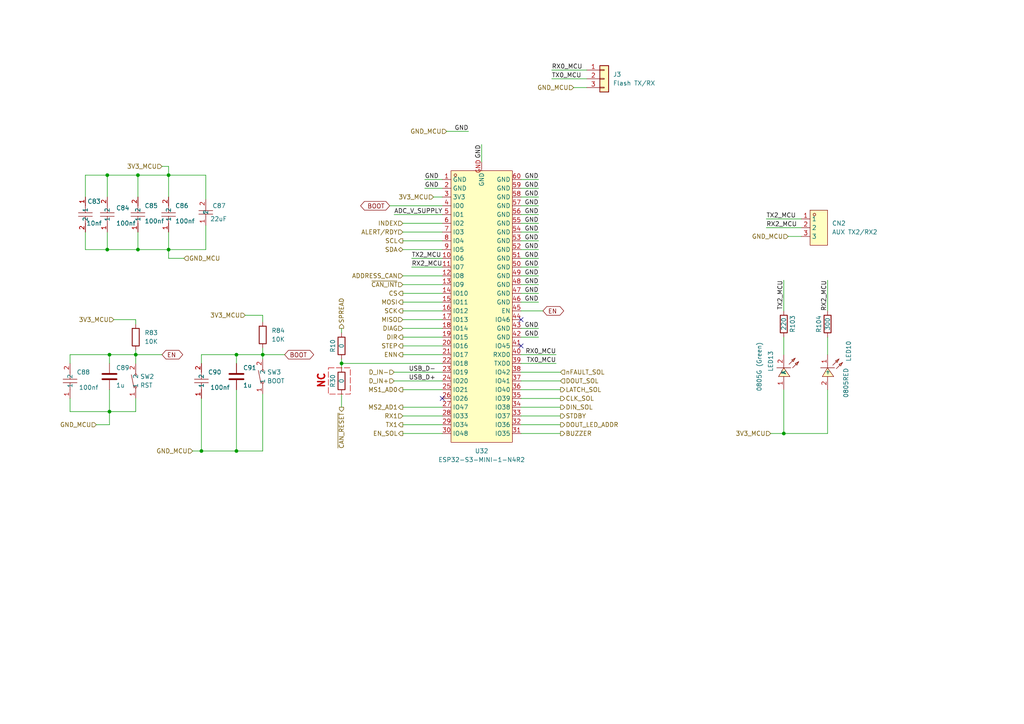
<source format=kicad_sch>
(kicad_sch (version 20250114) (generator "eeschema") (generator_version "9.0")
  (paper "A4")
  (lib_symbols
    (symbol "Connector_Generic:Conn_01x03" (pin_names (offset 1.016) (hide yes))
      (property "Reference" "J" (at 0 5.08 0))
      (property "Value" "Conn_01x03" (at 0 -5.08 0))
      (symbol "Conn_01x03_1_1"
        (rectangle (start -1.27 3.81) (end 1.27 -3.81) (stroke (width 0.254)) (fill (type background)))
        (rectangle (start -1.27 2.667) (end 0 2.413) (stroke (width 0.1524)))
        (rectangle (start -1.27 0.127) (end 0 -0.127) (stroke (width 0.1524)))
        (rectangle (start -1.27 -2.413) (end 0 -2.667) (stroke (width 0.1524)))
        (pin passive line (at -5.08 2.54 0) (length 3.81) (name "Pin_1") (number "1"))
        (pin passive line (at -5.08 0 0) (length 3.81) (name "Pin_2") (number "2"))
        (pin passive line (at -5.08 -2.54 0) (length 3.81) (name "Pin_3") (number "3"))
      )
    )
    (symbol "Device:C" (pin_numbers (hide yes)) (pin_names (offset 0.254))
      (property "Reference" "C" (at 0.635 2.54 0))
      (property "Value" "C" (at 0.635 -2.54 0))
      (symbol "C_0_1"
        (polyline (pts (xy -2.032 0.762) (xy 2.032 0.762)) (stroke (width 0.508)))
        (polyline (pts (xy -2.032 -0.762) (xy 2.032 -0.762)) (stroke (width 0.508)))
      )
      (symbol "C_1_1"
        (pin passive line (at 0 3.81 270) (length 2.794) (name "~") (number "1"))
        (pin passive line (at 0 -3.81 90) (length 2.794) (name "~") (number "2"))
      )
    )
    (symbol "Device:R" (pin_numbers (hide yes)) (pin_names (offset 0))
      (property "Reference" "R" (at 2.032 0 90))
      (property "Value" "R" (at 0 0 90))
      (symbol "R_0_1"
        (rectangle (start -1.016 -2.54) (end 1.016 2.54) (stroke (width 0.254)))
      )
      (symbol "R_1_1"
        (pin passive line (at 0 3.81 270) (length 1.27) (name "~") (number "1"))
        (pin passive line (at 0 -3.81 90) (length 1.27) (name "~") (number "2"))
      )
    )
    (symbol "easyeda2kicad:0805G(Green)"
      (property "Reference" "LED" (at 0 5.08 0))
      (property "Value" "0805G (Green)" (at 0 -5.08 0))
      (symbol "0805G(Green)_0_1"
        (polyline (pts (xy -4.06 3.3) (xy -3.05 2.79) (xy -3.56 2.29) (xy -4.06 3.3)) (fill (type background)))
        (polyline (pts (xy -3.05 4.32) (xy -2.03 3.81) (xy -2.54 3.3) (xy -3.05 4.32)) (fill (type background)))
        (polyline (pts (xy -2.29 1.52) (xy -4.06 3.3)))
        (polyline (pts (xy -1.27 2.54) (xy -3.05 4.32)))
        (polyline (pts (xy -1.27 2.03) (xy -1.27 -2.03)))
        (polyline (pts (xy 1.27 -1.52) (xy -1.27 0) (xy 1.27 1.78) (xy 1.27 -1.52)) (fill (type background)))
        (pin unspecified line (at -5.08 0 0) (length 3.81) (name "K") (number "2"))
        (pin unspecified line (at 5.08 0 180) (length 3.81) (name "A") (number "1"))
      )
    )
    (symbol "easyeda2kicad:FC-2012HRK-620D"
      (property "Reference" "LED" (at 0 5.08 0))
      (property "Value" "FC-2012HRK-620D" (at 0 -5.08 0))
      (symbol "FC-2012HRK-620D_0_1"
        (polyline (pts (xy -3.81 3.3) (xy -2.79 2.79) (xy -3.3 2.29) (xy -3.81 3.3)) (fill (type background)))
        (polyline (pts (xy -2.79 4.32) (xy -1.78 3.81) (xy -2.29 3.3) (xy -2.79 4.32)) (fill (type background)))
        (polyline (pts (xy -2.03 1.52) (xy -3.81 3.3)))
        (polyline (pts (xy -1.27 2.03) (xy -1.27 -2.03)))
        (polyline (pts (xy -1.02 2.54) (xy -2.79 4.32)))
        (polyline (pts (xy 1.27 -1.52) (xy -1.27 0) (xy 1.27 1.78) (xy 1.27 -1.52)) (fill (type background)))
        (pin unspecified line (at -5.08 0 0) (length 3.81) (name "-") (number "1"))
        (pin unspecified line (at 5.08 0 180) (length 3.81) (name "+") (number "2"))
      )
    )
    (symbol "jlcpcb_parts:CC0603KRX7R9BB104"
      (property "Reference" "C" (at 0 5.08 0))
      (property "Value" "CC0603KRX7R9BB104" (at 0 -5.08 0))
      (symbol "CC0603KRX7R9BB104_0_1"
        (polyline (pts (xy -0.51 0) (xy -2.54 0)))
        (polyline (pts (xy -0.51 -2.03) (xy -0.51 2.03)))
        (polyline (pts (xy 0.51 2.03) (xy 0.51 -2.03)))
        (polyline (pts (xy 2.54 0) (xy 0.51 0)))
        (pin unspecified line (at -5.08 0 0) (length 2.54) (name "1") (number "1"))
        (pin unspecified line (at 5.08 0 180) (length 2.54) (name "2") (number "2"))
      )
    )
    (symbol "jlcpcb_parts:CL31A226KAHNNNE"
      (property "Reference" "C" (at 0 5.08 0))
      (property "Value" "CL31A226KAHNNNE" (at 0 -5.08 0))
      (symbol "CL31A226KAHNNNE_0_1"
        (polyline (pts (xy -1.27 0) (xy -0.51 0)))
        (polyline (pts (xy -0.51 2.03) (xy -0.51 -2.03)))
        (polyline (pts (xy 0.51 2.03) (xy 0.51 -2.03)))
        (polyline (pts (xy 0.51 0) (xy 1.27 0)))
        (pin input line (at -3.81 0 0) (length 2.54) (name "1") (number "1"))
        (pin input line (at 3.81 0 180) (length 2.54) (name "2") (number "2"))
      )
    )
    (symbol "jlcpcb_parts:ESP32-S3-MINI-1-N4R2"
      (property "Reference" "U" (at 0 45.72 0))
      (property "Value" "ESP32-S3-MINI-1-N4R2" (at 0 -43.18 0))
      (symbol "ESP32-S3-MINI-1-N4R2_0_1"
        (rectangle (start -8.89 38.1) (end 8.89 -40.64) (fill (type background)))
        (circle (center -7.62 36.83) (radius 0.38))
        (pin unspecified line (at -11.43 35.56 0) (length 2.54) (name "GND") (number "1"))
        (pin unspecified line (at -11.43 33.02 0) (length 2.54) (name "GND") (number "2"))
        (pin unspecified line (at -11.43 30.48 0) (length 2.54) (name "3V3") (number "3"))
        (pin unspecified line (at -11.43 27.94 0) (length 2.54) (name "IO0") (number "4"))
        (pin unspecified line (at -11.43 25.4 0) (length 2.54) (name "IO1") (number "5"))
        (pin unspecified line (at -11.43 22.86 0) (length 2.54) (name "IO2") (number "6"))
        (pin unspecified line (at -11.43 20.32 0) (length 2.54) (name "IO3") (number "7"))
        (pin unspecified line (at -11.43 17.78 0) (length 2.54) (name "IO4") (number "8"))
        (pin unspecified line (at -11.43 15.24 0) (length 2.54) (name "IO5") (number "9"))
        (pin unspecified line (at -11.43 12.7 0) (length 2.54) (name "IO6") (number "10"))
        (pin unspecified line (at -11.43 10.16 0) (length 2.54) (name "IO7") (number "11"))
        (pin unspecified line (at -11.43 7.62 0) (length 2.54) (name "IO8") (number "12"))
        (pin unspecified line (at -11.43 5.08 0) (length 2.54) (name "IO9") (number "13"))
        (pin unspecified line (at -11.43 2.54 0) (length 2.54) (name "IO10") (number "14"))
        (pin unspecified line (at -11.43 0 0) (length 2.54) (name "IO11") (number "15"))
        (pin unspecified line (at -11.43 -2.54 0) (length 2.54) (name "IO12") (number "16"))
        (pin unspecified line (at -11.43 -5.08 0) (length 2.54) (name "IO13") (number "17"))
        (pin unspecified line (at -11.43 -7.62 0) (length 2.54) (name "IO14") (number "18"))
        (pin unspecified line (at -11.43 -10.16 0) (length 2.54) (name "IO15") (number "19"))
        (pin unspecified line (at -11.43 -12.7 0) (length 2.54) (name "IO16") (number "20"))
        (pin unspecified line (at -11.43 -15.24 0) (length 2.54) (name "IO17") (number "21"))
        (pin unspecified line (at -11.43 -17.78 0) (length 2.54) (name "IO18") (number "22"))
        (pin unspecified line (at -11.43 -20.32 0) (length 2.54) (name "IO19") (number "23"))
        (pin unspecified line (at -11.43 -22.86 0) (length 2.54) (name "IO20") (number "24"))
        (pin unspecified line (at -11.43 -25.4 0) (length 2.54) (name "IO21") (number "25"))
        (pin unspecified line (at -11.43 -27.94 0) (length 2.54) (name "IO26") (number "26"))
        (pin unspecified line (at -11.43 -30.48 0) (length 2.54) (name "IO47") (number "27"))
        (pin unspecified line (at -11.43 -33.02 0) (length 2.54) (name "IO33") (number "28"))
        (pin unspecified line (at -11.43 -35.56 0) (length 2.54) (name "IO34") (number "29"))
        (pin unspecified line (at -11.43 -38.1 0) (length 2.54) (name "IO48") (number "30"))
        (pin unspecified line (at 0 40.64 270) (length 2.54) (name "GND") (number "GND"))
        (pin unspecified line (at 11.43 35.56 180) (length 2.54) (name "GND") (number "60"))
        (pin unspecified line (at 11.43 33.02 180) (length 2.54) (name "GND") (number "59"))
        (pin unspecified line (at 11.43 30.48 180) (length 2.54) (name "GND") (number "58"))
        (pin unspecified line (at 11.43 27.94 180) (length 2.54) (name "GND") (number "57"))
        (pin unspecified line (at 11.43 25.4 180) (length 2.54) (name "GND") (number "56"))
        (pin unspecified line (at 11.43 22.86 180) (length 2.54) (name "GND") (number "55"))
        (pin unspecified line (at 11.43 20.32 180) (length 2.54) (name "GND") (number "54"))
        (pin unspecified line (at 11.43 17.78 180) (length 2.54) (name "GND") (number "53"))
        (pin unspecified line (at 11.43 15.24 180) (length 2.54) (name "GND") (number "52"))
        (pin unspecified line (at 11.43 12.7 180) (length 2.54) (name "GND") (number "51"))
        (pin unspecified line (at 11.43 10.16 180) (length 2.54) (name "GND") (number "50"))
        (pin unspecified line (at 11.43 7.62 180) (length 2.54) (name "GND") (number "49"))
        (pin unspecified line (at 11.43 5.08 180) (length 2.54) (name "GND") (number "48"))
        (pin unspecified line (at 11.43 2.54 180) (length 2.54) (name "GND") (number "47"))
        (pin unspecified line (at 11.43 0 180) (length 2.54) (name "GND") (number "46"))
        (pin unspecified line (at 11.43 -2.54 180) (length 2.54) (name "EN") (number "45"))
        (pin unspecified line (at 11.43 -5.08 180) (length 2.54) (name "IO46") (number "44"))
        (pin unspecified line (at 11.43 -7.62 180) (length 2.54) (name "GND") (number "43"))
        (pin unspecified line (at 11.43 -10.16 180) (length 2.54) (name "GND") (number "42"))
        (pin unspecified line (at 11.43 -12.7 180) (length 2.54) (name "IO45") (number "41"))
        (pin unspecified line (at 11.43 -15.24 180) (length 2.54) (name "RXD0") (number "40"))
        (pin unspecified line (at 11.43 -17.78 180) (length 2.54) (name "TXD0") (number "39"))
        (pin unspecified line (at 11.43 -20.32 180) (length 2.54) (name "IO42") (number "38"))
        (pin unspecified line (at 11.43 -22.86 180) (length 2.54) (name "IO41") (number "37"))
        (pin unspecified line (at 11.43 -25.4 180) (length 2.54) (name "IO40") (number "36"))
        (pin unspecified line (at 11.43 -27.94 180) (length 2.54) (name "IO39") (number "35"))
        (pin unspecified line (at 11.43 -30.48 180) (length 2.54) (name "IO38") (number "34"))
        (pin unspecified line (at 11.43 -33.02 180) (length 2.54) (name "IO37") (number "33"))
        (pin unspecified line (at 11.43 -35.56 180) (length 2.54) (name "IO36") (number "32"))
        (pin unspecified line (at 11.43 -38.1 180) (length 2.54) (name "IO35") (number "31"))
      )
    )
    (symbol "jlcpcb_parts:XH-3A红色"
      (property "Reference" "CN" (at 0 7.62 0))
      (property "Value" "XH-3A 红色" (at 0 -7.62 0))
      (symbol "XH-3A红色_0_1"
        (rectangle (start -2.54 5.08) (end 2.54 -5.08) (fill (type background)))
        (circle (center -1.27 3.81) (radius 0.38))
        (pin unspecified line (at -5.08 2.54 0) (length 2.54) (name "1") (number "1"))
        (pin unspecified line (at -5.08 0 0) (length 2.54) (name "2") (number "2"))
        (pin unspecified line (at -5.08 -2.54 0) (length 2.54) (name "3") (number "3"))
      )
    )
    (symbol "jlcpcb_parts:YTSA010A0201803B"
      (property "Reference" "SW" (at 0 5.08 0))
      (property "Value" "YTSA010A0201803B" (at 0 -5.08 0))
      (symbol "YTSA010A0201803B_0_1"
        (polyline (pts (xy -2.03 0) (xy -2.54 0)))
        (circle (center -1.78 0) (radius 0.25))
        (polyline (pts (xy 1.78 1.27) (xy -2.03 0.51)))
        (circle (center 1.78 0) (radius 0.25))
        (polyline (pts (xy 2.54 0) (xy 2.03 0)))
        (pin unspecified line (at -5.08 0 0) (length 2.54) (name "1") (number "1"))
        (pin unspecified line (at 5.08 0 180) (length 2.54) (name "2") (number "2"))
      )
    )
  )
  (rectangle (start 95.25 106.68) (end 101.6 114.3) (stroke (width 0) (type dash) (color 194 0 0 1)))
  (text "NC" (at 93.218 110.49 90) (effects (font (size 2.032 2.032) (thickness 0.4064) (bold yes))))
  (junction (at 58.42 130.81))
  (junction (at 227.33 125.73))
  (junction (at 68.58 102.87))
  (junction (at 68.58 130.81))
  (junction (at 48.895 72.39))
  (junction (at 31.115 72.39))
  (junction (at 99.06 105.41))
  (junction (at 31.75 119.38))
  (junction (at 76.2 102.87))
  (junction (at 39.37 102.87))
  (junction (at 40.005 72.39))
  (junction (at 48.895 50.8))
  (junction (at 31.75 102.87))
  (junction (at 40.005 50.8))
  (junction (at 31.115 50.8))
  (no_connect (at 151.13 92.71))
  (no_connect (at 128.27 115.57))
  (no_connect (at 151.13 100.33))
  (wire (pts (xy 31.115 72.39) (xy 40.005 72.39)))
  (wire (pts (xy 40.005 67.31) (xy 40.005 72.39)))
  (wire (pts (xy 40.005 50.8) (xy 40.005 57.15)))
  (wire (pts (xy 116.84 82.55) (xy 128.27 82.55)))
  (wire (pts (xy 48.895 67.31) (xy 48.895 72.39)))
  (wire (pts (xy 116.84 100.33) (xy 128.27 100.33)))
  (wire (pts (xy 33.02 92.71) (xy 39.37 92.71)))
  (wire (pts (xy 223.52 125.73) (xy 227.33 125.73)))
  (wire (pts (xy 114.3 107.95) (xy 128.27 107.95)))
  (wire (pts (xy 24.765 57.15) (xy 24.765 50.8)))
  (wire (pts (xy 40.005 72.39) (xy 48.895 72.39)))
  (wire (pts (xy 119.38 77.47) (xy 128.27 77.47)))
  (wire (pts (xy 20.32 102.87) (xy 31.75 102.87)))
  (wire (pts (xy 116.84 67.31) (xy 128.27 67.31)))
  (wire (pts (xy 162.56 110.49) (xy 151.13 110.49)))
  (wire (pts (xy 31.75 113.03) (xy 31.75 119.38)))
  (wire (pts (xy 116.84 92.71) (xy 128.27 92.71)))
  (wire (pts (xy 39.37 115.57) (xy 39.37 119.38)))
  (wire (pts (xy 162.56 113.03) (xy 151.13 113.03)))
  (wire (pts (xy 76.2 114.3) (xy 76.2 130.81)))
  (wire (pts (xy 156.21 77.47) (xy 151.13 77.47)))
  (wire (pts (xy 99.06 95.25) (xy 99.06 96.52)))
  (wire (pts (xy 55.88 130.81) (xy 58.42 130.81)))
  (wire (pts (xy 31.115 57.15) (xy 31.115 50.8)))
  (wire (pts (xy 68.58 105.41) (xy 68.58 102.87)))
  (wire (pts (xy 27.94 123.19) (xy 31.75 123.19)))
  (wire (pts (xy 39.37 102.87) (xy 39.37 101.6)))
  (wire (pts (xy 160.02 20.32) (xy 170.18 20.32)))
  (wire (pts (xy 156.21 97.79) (xy 151.13 97.79)))
  (wire (pts (xy 116.84 118.11) (xy 128.27 118.11)))
  (wire (pts (xy 24.765 67.31) (xy 24.765 72.39)))
  (wire (pts (xy 227.33 113.03) (xy 227.33 125.73)))
  (wire (pts (xy 129.54 38.1) (xy 135.89 38.1)))
  (wire (pts (xy 227.33 125.73) (xy 240.03 125.73)))
  (wire (pts (xy 116.84 90.17) (xy 128.27 90.17)))
  (wire (pts (xy 48.895 50.8) (xy 40.005 50.8)))
  (wire (pts (xy 156.21 72.39) (xy 151.13 72.39)))
  (wire (pts (xy 161.29 105.41) (xy 151.13 105.41)))
  (wire (pts (xy 116.84 102.87) (xy 128.27 102.87)))
  (wire (pts (xy 156.21 59.69) (xy 151.13 59.69)))
  (wire (pts (xy 31.115 67.31) (xy 31.115 72.39)))
  (wire (pts (xy 99.06 114.3) (xy 99.06 118.11)))
  (wire (pts (xy 76.2 102.87) (xy 82.55 102.87)))
  (wire (pts (xy 116.84 69.85) (xy 128.27 69.85)))
  (wire (pts (xy 227.33 97.79) (xy 227.33 102.87)))
  (wire (pts (xy 31.75 102.87) (xy 39.37 102.87)))
  (wire (pts (xy 59.69 72.39) (xy 59.69 65.405)))
  (wire (pts (xy 116.84 113.03) (xy 128.27 113.03)))
  (wire (pts (xy 31.75 105.41) (xy 31.75 102.87)))
  (wire (pts (xy 46.99 48.26) (xy 48.895 48.26)))
  (wire (pts (xy 99.06 104.14) (xy 99.06 105.41)))
  (wire (pts (xy 240.03 97.79) (xy 240.03 102.87)))
  (wire (pts (xy 116.84 125.73) (xy 128.27 125.73)))
  (wire (pts (xy 116.84 123.19) (xy 128.27 123.19)))
  (wire (pts (xy 123.19 52.07) (xy 128.27 52.07)))
  (wire (pts (xy 156.21 57.15) (xy 151.13 57.15)))
  (wire (pts (xy 68.58 130.81) (xy 76.2 130.81)))
  (wire (pts (xy 116.84 80.01) (xy 128.27 80.01)))
  (wire (pts (xy 68.58 102.87) (xy 76.2 102.87)))
  (wire (pts (xy 116.84 97.79) (xy 128.27 97.79)))
  (wire (pts (xy 99.06 105.41) (xy 128.27 105.41)))
  (wire (pts (xy 39.37 119.38) (xy 31.75 119.38)))
  (wire (pts (xy 24.765 72.39) (xy 31.115 72.39)))
  (wire (pts (xy 240.03 81.28) (xy 240.03 90.17)))
  (wire (pts (xy 156.21 74.93) (xy 151.13 74.93)))
  (wire (pts (xy 39.37 102.87) (xy 46.99 102.87)))
  (wire (pts (xy 125.73 57.15) (xy 128.27 57.15)))
  (wire (pts (xy 24.765 50.8) (xy 31.115 50.8)))
  (wire (pts (xy 71.12 91.44) (xy 76.2 91.44)))
  (wire (pts (xy 162.56 107.95) (xy 151.13 107.95)))
  (wire (pts (xy 99.06 105.41) (xy 99.06 106.68)))
  (wire (pts (xy 116.84 87.63) (xy 128.27 87.63)))
  (wire (pts (xy 113.03 59.69) (xy 128.27 59.69)))
  (wire (pts (xy 68.58 113.03) (xy 68.58 130.81)))
  (wire (pts (xy 76.2 104.14) (xy 76.2 102.87)))
  (wire (pts (xy 48.895 72.39) (xy 59.69 72.39)))
  (wire (pts (xy 58.42 130.81) (xy 68.58 130.81)))
  (wire (pts (xy 76.2 91.44) (xy 76.2 93.345)))
  (wire (pts (xy 116.84 72.39) (xy 128.27 72.39)))
  (wire (pts (xy 156.21 69.85) (xy 151.13 69.85)))
  (wire (pts (xy 119.38 74.93) (xy 128.27 74.93)))
  (wire (pts (xy 156.21 64.77) (xy 151.13 64.77)))
  (wire (pts (xy 156.21 52.07) (xy 151.13 52.07)))
  (wire (pts (xy 156.21 80.01) (xy 151.13 80.01)))
  (wire (pts (xy 162.56 123.19) (xy 151.13 123.19)))
  (wire (pts (xy 162.56 115.57) (xy 151.13 115.57)))
  (wire (pts (xy 156.21 82.55) (xy 151.13 82.55)))
  (wire (pts (xy 114.3 62.23) (xy 128.27 62.23)))
  (wire (pts (xy 157.48 90.17) (xy 151.13 90.17)))
  (wire (pts (xy 59.69 57.785) (xy 59.69 50.8)))
  (wire (pts (xy 20.32 115.57) (xy 20.32 119.38)))
  (wire (pts (xy 240.03 113.03) (xy 240.03 125.73)))
  (wire (pts (xy 222.25 63.5) (xy 232.41 63.5)))
  (wire (pts (xy 222.25 66.04) (xy 232.41 66.04)))
  (wire (pts (xy 114.3 110.49) (xy 128.27 110.49)))
  (wire (pts (xy 123.19 54.61) (xy 128.27 54.61)))
  (wire (pts (xy 58.42 105.41) (xy 58.42 102.87)))
  (wire (pts (xy 162.56 120.65) (xy 151.13 120.65)))
  (wire (pts (xy 116.84 95.25) (xy 128.27 95.25)))
  (wire (pts (xy 31.75 119.38) (xy 31.75 123.19)))
  (wire (pts (xy 39.37 92.71) (xy 39.37 93.98)))
  (wire (pts (xy 116.84 120.65) (xy 128.27 120.65)))
  (wire (pts (xy 20.32 119.38) (xy 31.75 119.38)))
  (wire (pts (xy 53.34 74.93) (xy 48.895 74.93)))
  (wire (pts (xy 228.6 68.58) (xy 232.41 68.58)))
  (wire (pts (xy 160.02 22.86) (xy 170.18 22.86)))
  (wire (pts (xy 48.895 72.39) (xy 48.895 74.93)))
  (wire (pts (xy 156.21 85.09) (xy 151.13 85.09)))
  (wire (pts (xy 58.42 102.87) (xy 68.58 102.87)))
  (wire (pts (xy 227.33 81.28) (xy 227.33 90.17)))
  (wire (pts (xy 162.56 118.11) (xy 151.13 118.11)))
  (wire (pts (xy 156.21 95.25) (xy 151.13 95.25)))
  (wire (pts (xy 59.69 50.8) (xy 48.895 50.8)))
  (wire (pts (xy 116.84 64.77) (xy 128.27 64.77)))
  (wire (pts (xy 139.7 41.91) (xy 139.7 46.99)))
  (wire (pts (xy 76.2 102.87) (xy 76.2 100.965)))
  (wire (pts (xy 116.84 85.09) (xy 128.27 85.09)))
  (wire (pts (xy 48.895 48.26) (xy 48.895 50.8)))
  (wire (pts (xy 58.42 130.81) (xy 58.42 115.57)))
  (wire (pts (xy 156.21 87.63) (xy 151.13 87.63)))
  (wire (pts (xy 20.32 105.41) (xy 20.32 102.87)))
  (wire (pts (xy 156.21 62.23) (xy 151.13 62.23)))
  (wire (pts (xy 161.29 102.87) (xy 151.13 102.87)))
  (wire (pts (xy 31.115 50.8) (xy 40.005 50.8)))
  (wire (pts (xy 48.895 50.8) (xy 48.895 57.15)))
  (wire (pts (xy 156.21 54.61) (xy 151.13 54.61)))
  (wire (pts (xy 166.37 25.4) (xy 170.18 25.4)))
  (wire (pts (xy 39.37 102.87) (xy 39.37 105.41)))
  (wire (pts (xy 156.21 67.31) (xy 151.13 67.31)))
  (wire (pts (xy 162.56 125.73) (xy 151.13 125.73)))
  (label "GND" (at 156.21 64.77 180))
  (label "TX2_MCU" (at 227.33 81.28 270))
  (label "GND" (at 156.21 74.93 180))
  (label "RX0_MCU" (at 161.29 102.87 180))
  (label "GND" (at 156.21 54.61 180))
  (label "GND" (at 156.21 95.25 180))
  (label "GND" (at 156.21 62.23 180))
  (label "ADC_V_SUPPLY" (at 114.3 62.23 0))
  (label "GND" (at 139.7 41.91 270))
  (label "GND" (at 156.21 82.55 180))
  (label "GND" (at 123.19 52.07 0))
  (label "TX2_MCU" (at 222.25 63.5 0))
  (label "GND" (at 156.21 85.09 180))
  (label "GND" (at 135.89 38.1 180))
  (label "RX0_MCU" (at 160.02 20.32 0))
  (label "GND" (at 156.21 52.07 180))
  (label "GND" (at 156.21 97.79 180))
  (label "USB_D-" (at 126.365 107.95 180))
  (label "GND" (at 123.19 54.61 0))
  (label "RX2_MCU" (at 119.38 77.47 0))
  (label "TX2_MCU" (at 119.38 74.93 0))
  (label "RX2_MCU" (at 240.03 81.28 270))
  (label "GND" (at 156.21 57.15 180))
  (label "RX2_MCU" (at 222.25 66.04 0))
  (label "USB_D+" (at 126.365 110.49 180))
  (label "TX0_MCU" (at 161.29 105.41 180))
  (label "TX0_MCU" (at 160.02 22.86 0))
  (label "GND" (at 156.21 59.69 180))
  (label "GND" (at 156.21 72.39 180))
  (label "GND" (at 156.21 67.31 180))
  (label "GND" (at 156.21 69.85 180))
  (label "GND" (at 156.21 77.47 180))
  (label "GND" (at 156.21 80.01 180))
  (label "GND" (at 156.21 87.63 180))
  (global_label "EN" (shape bidirectional) (at 157.48 90.17 0) (property "Intersheetrefs" "${INTERSHEET_REFS}" (effects (hide yes))))
  (global_label "EN" (shape bidirectional) (at 46.99 102.87 0) (property "Intersheetrefs" "${INTERSHEET_REFS}" (effects (hide yes))))
  (global_label "BOOT" (shape bidirectional) (at 113.03 59.69 180) (property "Intersheetrefs" "${INTERSHEET_REFS}" (effects (hide yes))))
  (global_label "BOOT" (shape bidirectional) (at 82.55 102.87 0) (property "Intersheetrefs" "${INTERSHEET_REFS}" (effects (hide yes))))
  (hierarchical_label "3V3_MCU" (shape input) (at 125.73 57.15 180) (effects (font (thickness 0.1588))))
  (hierarchical_label "GND_MCU" (shape input) (at 129.54 38.1 180) (effects (font (thickness 0.1588))))
  (hierarchical_label "DIN_SOL" (shape output) (at 162.56 118.11 0) (effects (font (thickness 0.1588))))
  (hierarchical_label "GND_MCU" (shape input) (at 228.6 68.58 180) (effects (font (thickness 0.1588))))
  (hierarchical_label "~{CAN_RESET}" (shape output) (at 99.06 118.11 270) (effects (font (thickness 0.1588))))
  (hierarchical_label "ADDRESS_CAN" (shape input) (at 116.84 80.01 180) (effects (font (thickness 0.1588))))
  (hierarchical_label "STEP" (shape output) (at 116.84 100.33 180) (effects (font (thickness 0.1588))))
  (hierarchical_label "MOSI" (shape output) (at 116.84 87.63 180) (effects (font (thickness 0.1588))))
  (hierarchical_label "EN_SOL" (shape output) (at 116.84 125.73 180) (effects (font (thickness 0.1588))))
  (hierarchical_label "TX1" (shape output) (at 116.84 123.19 180) (effects (font (thickness 0.1588))))
  (hierarchical_label "D_IN-" (shape input) (at 114.3 107.95 180) (effects (font (thickness 0.1588))))
  (hierarchical_label "DIAG" (shape input) (at 116.84 95.25 180) (effects (font (thickness 0.1588))))
  (hierarchical_label "~{CAN_INT}" (shape input) (at 116.84 82.55 180) (effects (font (thickness 0.1588))))
  (hierarchical_label "DOUT_SOL" (shape input) (at 162.56 110.49 0) (effects (font (thickness 0.1588))))
  (hierarchical_label "SDA" (shape bidirectional) (at 116.84 72.39 180) (effects (font (thickness 0.1588))))
  (hierarchical_label "SPREAD" (shape output) (at 99.06 95.25 90) (effects (font (thickness 0.1588))))
  (hierarchical_label "MS1_AD0" (shape output) (at 116.84 113.03 180) (effects (font (thickness 0.1588))))
  (hierarchical_label "3V3_MCU" (shape input) (at 46.99 48.26 180) (effects (font (thickness 0.1588))))
  (hierarchical_label "nFAULT_SOL" (shape input) (at 162.56 107.95 0) (effects (font (thickness 0.1588))))
  (hierarchical_label "ENN" (shape output) (at 116.84 102.87 180) (effects (font (thickness 0.1588))))
  (hierarchical_label "D_IN+" (shape input) (at 114.3 110.49 180) (effects (font (thickness 0.1588))))
  (hierarchical_label "DIR" (shape output) (at 116.84 97.79 180) (effects (font (thickness 0.1588))))
  (hierarchical_label "GND_MCU" (shape input) (at 53.34 74.93 0) (effects (font (thickness 0.1588))))
  (hierarchical_label "MS2_AD1" (shape output) (at 116.84 118.11 180) (effects (font (thickness 0.1588))))
  (hierarchical_label "RX1" (shape input) (at 116.84 120.65 180) (effects (font (thickness 0.1588))))
  (hierarchical_label "GND_MCU" (shape input) (at 27.94 123.19 180) (effects (font (thickness 0.1588))))
  (hierarchical_label "MISO" (shape input) (at 116.84 92.71 180) (effects (font (thickness 0.1588))))
  (hierarchical_label "3V3_MCU" (shape input) (at 33.02 92.71 180) (effects (font (thickness 0.1588))))
  (hierarchical_label "GND_MCU" (shape input) (at 166.37 25.4 180) (effects (font (thickness 0.1588))))
  (hierarchical_label "CLK_SOL" (shape output) (at 162.56 115.57 0) (effects (font (thickness 0.1588))))
  (hierarchical_label "SCL" (shape output) (at 116.84 69.85 180) (effects (font (thickness 0.1588))))
  (hierarchical_label "INDEX" (shape input) (at 116.84 64.77 180) (effects (font (thickness 0.1588))))
  (hierarchical_label "GND_MCU" (shape input) (at 55.88 130.81 180) (effects (font (thickness 0.1588))))
  (hierarchical_label "CS" (shape output) (at 116.84 85.09 180) (effects (font (thickness 0.1588))))
  (hierarchical_label "LATCH_SOL" (shape output) (at 162.56 113.03 0) (effects (font (thickness 0.1588))))
  (hierarchical_label "DOUT_LED_ADDR" (shape output) (at 162.56 123.19 0) (effects (font (thickness 0.1588))))
  (hierarchical_label "STDBY" (shape output) (at 162.56 120.65 0) (effects (font (thickness 0.1588))))
  (hierarchical_label "SCK" (shape output) (at 116.84 90.17 180) (effects (font (thickness 0.1588))))
  (hierarchical_label "3V3_MCU" (shape input) (at 223.52 125.73 180) (effects (font (thickness 0.1588))))
  (hierarchical_label "3V3_MCU" (shape input) (at 71.12 91.44 180) (effects (font (thickness 0.1588))))
  (hierarchical_label "ALERT/RDY" (shape input) (at 116.84 67.31 180) (effects (font (thickness 0.1588))))
  (hierarchical_label "BUZZER" (shape output) (at 162.56 125.73 0) (effects (font (thickness 0.1588))))
  (symbol (lib_id "Device:R") (at 76.2 97.155 0) (unit 1)
    (property "Reference" "R84" (at 78.74 95.885 0) (effects (justify left)))
    (property "Value" "10K" (at 78.74 98.425 0) (effects (justify left)))
    (property "Footprint" "easyeda2kicad:R0603" (effects (hide yes)))
    (property "LCSC Part" "C25804" (effects (hide yes)))
  )
  (symbol (lib_id "easyeda2kicad:0805G(Green)") (at 227.33 107.95 270) (unit 1)
    (property "Reference" "LED13" (at 223.52 107.8251 0) (effects (justify right)))
    (property "Value" "0805G (Green)" (at 220.218 113.538 0) (effects (justify right)))
    (property "Footprint" "easyeda2kicad:LED0805-R-RD" (effects (hide yes)))
    (property "Datasheet" "https://lcsc.com/product-detail/Light-Emitting-Diodes-LED_Green-0805-Highlighted_C2297.html" (effects (hide yes)))
    (property "LCSC Part" "C2297" (effects (hide yes)))
  )
  (symbol (lib_id "easyeda2kicad:FC-2012HRK-620D") (at 240.03 107.95 270) (unit 1)
    (property "Reference" "LED10" (at 246.126 98.806 0) (effects (justify left)))
    (property "Value" "0805RED" (at 245.364 106.68 0) (effects (justify left)))
    (property "Footprint" "easyeda2kicad:LED0805-RD_RED" (effects (hide yes)))
    (property "Datasheet" "https://lcsc.com/product-detail/Light-Emitting-Diodes-LED_Red-LED-SMDLED-80-180mcd_C84256.html" (effects (hide yes)))
    (property "LCSC Part" "C84256" (effects (hide yes)))
  )
  (symbol (lib_id "jlcpcb_parts:CC0603KRX7R9BB104") (at 48.895 62.23 90) (unit 1)
    (property "Reference" "C86" (at 50.8 59.69 90) (effects (justify right)))
    (property "Value" "100nf" (at 50.8 64.135 90) (effects (justify right)))
    (property "Footprint" "jlcpcb_parts:C0603" (effects (hide yes)))
    (property "Datasheet" "https://lcsc.com/product-detail/Multilayer-Ceramic-Capacitors-MLCC-SMD-SMT_100nF-104-10-50V_C14663.html" (effects (hide yes)))
    (property "LCSC Part" "C14663" (effects (hide yes)))
  )
  (symbol (lib_id "jlcpcb_parts:CC0603KRX7R9BB104") (at 20.32 110.49 90) (unit 1)
    (property "Reference" "C88" (at 22.225 107.95 90) (effects (justify right)))
    (property "Value" "100nf" (at 22.86 112.395 90) (effects (justify right)))
    (property "Footprint" "jlcpcb_parts:C0603" (effects (hide yes)))
    (property "Datasheet" "https://lcsc.com/product-detail/Multilayer-Ceramic-Capacitors-MLCC-SMD-SMT_100nF-104-10-50V_C14663.html" (effects (hide yes)))
    (property "LCSC Part" "C14663" (effects (hide yes)))
  )
  (symbol (lib_id "jlcpcb_parts:ESP32-S3-MINI-1-N4R2") (at 139.7 87.63 0) (unit 1)
    (property "Reference" "U32" (at 139.7 130.81 0))
    (property "Value" "ESP32-S3-MINI-1-N4R2" (at 139.7 133.35 0))
    (property "Footprint" "jlcpcb_parts:BULETM-SMD_ESP32-S3-MINI-1-N8" (effects (hide yes)))
    (property "LCSC Part" "C3013941" (effects (hide yes)))
  )
  (symbol (lib_id "jlcpcb_parts:YTSA010A0201803B") (at 39.37 110.49 90) (unit 1)
    (property "Reference" "SW2" (at 40.64 109.22 90) (effects (justify right)))
    (property "Value" "RST" (at 40.64 111.76 90) (effects (justify right)))
    (property "Footprint" "jlcpcb_parts:SW-SMD_L4.0-W3.0-LS5.0-EH" (effects (hide yes)))
    (property "LCSC Part" "C967783" (effects (hide yes)))
  )
  (symbol (lib_id "Device:R") (at 227.33 93.98 0) (unit 1)
    (property "Reference" "R103" (at 229.87 93.98 90))
    (property "Value" "220" (at 227.33 93.98 90))
    (property "Footprint" "easyeda2kicad:R0603" (effects (hide yes)))
    (property "LCSC Part" "C22962" (effects (hide yes)))
  )
  (symbol (lib_id "Connector_Generic:Conn_01x03") (at 175.26 22.86 0) (unit 1) (exclude_from_sim yes) (in_bom no)
    (property "Reference" "J3" (at 177.8 21.59 0) (effects (justify left)))
    (property "Value" "Flash TX/RX" (at 177.8 24.13 0) (effects (justify left)))
    (property "Footprint" "Connector_JST:JST_GH_SM03B-GHS-TB_1x03-1MP_P1.25mm_Horizontal" (effects (hide yes)))
  )
  (symbol (lib_id "Device:R") (at 99.06 100.33 180) (unit 1)
    (property "Reference" "R10" (at 96.52 100.33 90))
    (property "Value" "0" (at 99.06 100.33 90))
    (property "Footprint" "easyeda2kicad:R0603" (effects (hide yes)))
    (property "LCSC Part" "C21189" (effects (hide yes)))
  )
  (symbol (lib_id "jlcpcb_parts:CC0603KRX7R9BB104") (at 31.115 62.23 90) (unit 1)
    (property "Reference" "C84" (at 33.655 60.325 90) (effects (justify right)))
    (property "Value" "100nf" (at 33.655 64.77 90) (effects (justify right)))
    (property "Footprint" "jlcpcb_parts:C0603" (effects (hide yes)))
    (property "Datasheet" "https://lcsc.com/product-detail/Multilayer-Ceramic-Capacitors-MLCC-SMD-SMT_100nF-104-10-50V_C14663.html" (effects (hide yes)))
    (property "LCSC Part" "C14663" (effects (hide yes)))
  )
  (symbol (lib_id "jlcpcb_parts:YTSA010A0201803B") (at 76.2 109.22 90) (unit 1)
    (property "Reference" "SW3" (at 77.47 107.95 90) (effects (justify right)))
    (property "Value" "BOOT" (at 77.47 110.49 90) (effects (justify right)))
    (property "Footprint" "jlcpcb_parts:SW-SMD_L4.0-W3.0-LS5.0-EH" (effects (hide yes)))
    (property "LCSC Part" "C967783" (effects (hide yes)))
  )
  (symbol (lib_id "Device:C") (at 31.75 109.22 0) (unit 1)
    (property "Reference" "C89" (at 33.655 106.68 0) (effects (justify left)))
    (property "Value" "1u" (at 33.655 111.76 0) (effects (justify left)))
    (property "Footprint" "easyeda2kicad:C0603" (effects (hide yes)))
    (property "LCSC part" "C15849" (effects (hide yes)))
  )
  (symbol (lib_id "Device:R") (at 99.06 110.49 180) (unit 1) (exclude_from_sim yes) (in_bom no)
    (property "Reference" "R30" (at 96.52 110.49 90))
    (property "Value" "0" (at 99.06 110.49 90))
    (property "Footprint" "easyeda2kicad:R0603" (effects (hide yes)))
    (property "LCSC Part" "C21189" (effects (hide yes)))
  )
  (symbol (lib_id "jlcpcb_parts:CC0603KRX7R9BB104") (at 24.765 62.23 270) (unit 1)
    (property "Reference" "C83" (at 27.305 58.42 90))
    (property "Value" "10nf" (at 27.305 64.77 90))
    (property "Footprint" "jlcpcb_parts:C0603" (effects (hide yes)))
    (property "Datasheet" "https://lcsc.com/product-detail/Multilayer-Ceramic-Capacitors-MLCC-SMD-SMT_100nF-104-10-50V_C14663.html" (effects (hide yes)))
    (property "LCSC Part" "C57112" (effects (hide yes)))
  )
  (symbol (lib_id "Device:R") (at 39.37 97.79 0) (unit 1)
    (property "Reference" "R83" (at 41.91 96.52 0) (effects (justify left)))
    (property "Value" "10K" (at 41.91 99.06 0) (effects (justify left)))
    (property "Footprint" "easyeda2kicad:R0603" (effects (hide yes)))
    (property "LCSC Part" "C25804" (effects (hide yes)))
  )
  (symbol (lib_id "jlcpcb_parts:CC0603KRX7R9BB104") (at 40.005 62.23 90) (unit 1)
    (property "Reference" "C85" (at 41.91 59.69 90) (effects (justify right)))
    (property "Value" "100nf" (at 41.91 64.135 90) (effects (justify right)))
    (property "Footprint" "jlcpcb_parts:C0603" (effects (hide yes)))
    (property "Datasheet" "https://lcsc.com/product-detail/Multilayer-Ceramic-Capacitors-MLCC-SMD-SMT_100nF-104-10-50V_C14663.html" (effects (hide yes)))
    (property "LCSC Part" "C14663" (effects (hide yes)))
  )
  (symbol (lib_id "Device:C") (at 68.58 109.22 0) (unit 1)
    (property "Reference" "C91" (at 70.485 106.68 0) (effects (justify left)))
    (property "Value" "1u" (at 70.485 111.76 0) (effects (justify left)))
    (property "Footprint" "jlcpcb_parts:C0603" (effects (hide yes)))
    (property "LCSC part" "C15849" (effects (hide yes)))
  )
  (symbol (lib_id "jlcpcb_parts:CL31A226KAHNNNE") (at 59.69 61.595 90) (unit 1)
    (property "Reference" "C87" (at 61.595 59.69 90) (effects (justify right)))
    (property "Value" "22uF" (at 60.96 63.5 90) (effects (justify right)))
    (property "Footprint" "jlcpcb_parts:C1206" (effects (hide yes)))
    (property "Datasheet" "https://lcsc.com/product-detail/Multilayer-Ceramic-Capacitors-MLCC-SMD-SMT_SAMSUNG_CL31A226KAHNNNE_22uF-226-10-25V_C12891.html" (effects (hide yes)))
    (property "LCSC Part" "C12891" (effects (hide yes)))
  )
  (symbol (lib_id "jlcpcb_parts:CC0603KRX7R9BB104") (at 58.42 110.49 90) (unit 1)
    (property "Reference" "C90" (at 60.325 107.95 90) (effects (justify right)))
    (property "Value" "100nf" (at 60.96 112.395 90) (effects (justify right)))
    (property "Footprint" "jlcpcb_parts:C0603" (effects (hide yes)))
    (property "Datasheet" "https://lcsc.com/product-detail/Multilayer-Ceramic-Capacitors-MLCC-SMD-SMT_100nF-104-10-50V_C14663.html" (effects (hide yes)))
    (property "LCSC Part" "C14663" (effects (hide yes)))
  )
  (symbol (lib_id "jlcpcb_parts:XH-3A红色") (at 237.49 66.04 0) (unit 1)
    (property "Reference" "CN2" (at 241.3 64.7699 0) (effects (justify left)))
    (property "Value" "AUX TX2/RX2" (at 241.3 67.3099 0) (effects (justify left)))
    (property "Footprint" "jlcpcb_parts:CONN-TH_XH-3A" (effects (hide yes)))
    (property "LCSC Part" "C95019" (effects (hide yes)))
  )
  (symbol (lib_id "Device:R") (at 240.03 93.98 0) (mirror y) (unit 1)
    (property "Reference" "R104" (at 237.49 93.98 90))
    (property "Value" "300" (at 240.03 93.98 90))
    (property "Footprint" "easyeda2kicad:R0603" (effects (hide yes)))
    (property "LCSC Part" "C23025" (effects (hide yes)))
  )
)
</source>
